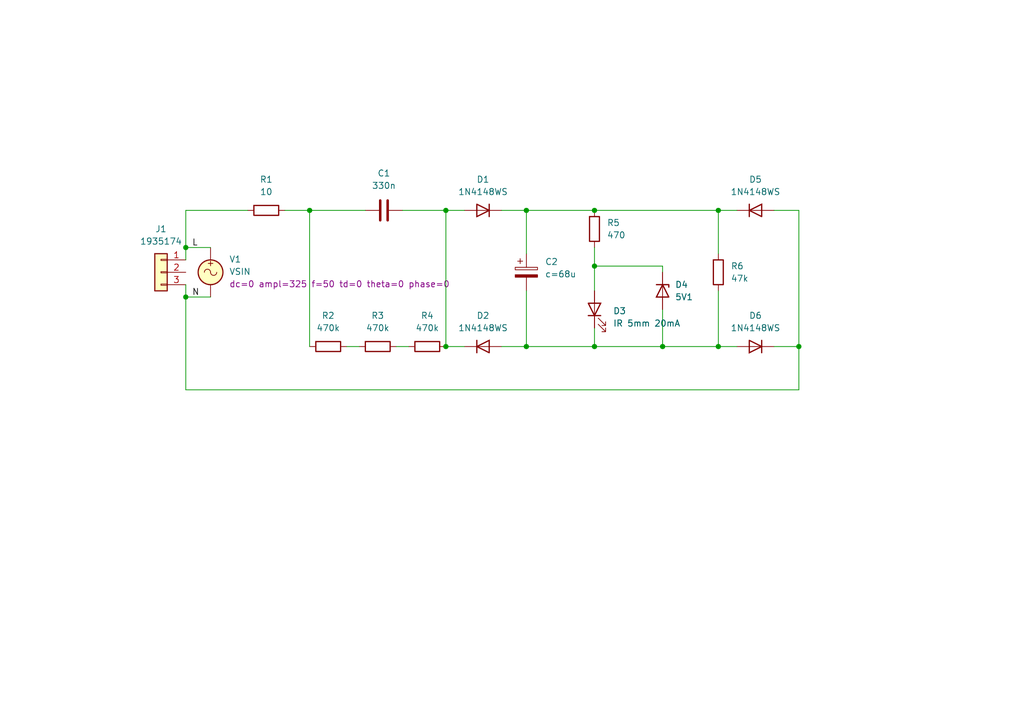
<source format=kicad_sch>
(kicad_sch (version 20230121) (generator eeschema)
  (paper "A5")
  (title_block (title "AC IR emitter") (date "2023-10-16"))
  (lib_symbols
    (symbol "Connector_Generic:Conn_01x03" (pin_names (offset 1.016) hide)
      (property "Reference" "J" (at 0 5.08 0))
      (property "Value" "Conn_01x03" (at 0 -5.08 0))
      (symbol "Conn_01x03_1_1"
        (rectangle (start -1.27 -2.413) (end 0 -2.667) (stroke (width 0.1524)))
        (rectangle (start -1.27 0.127) (end 0 -0.127) (stroke (width 0.1524)))
        (rectangle (start -1.27 2.667) (end 0 2.413) (stroke (width 0.1524)))
        (rectangle (start -1.27 3.81) (end 1.27 -3.81) (stroke (width 0.254)) (fill (type background)))
        (pin passive line (at -5.08 2.54 0) (length 3.81) (name "Pin_1") (number "1"))
        (pin passive line (at -5.08 0 0) (length 3.81) (name "Pin_2") (number "2"))
        (pin passive line (at -5.08 -2.54 0) (length 3.81) (name "Pin_3") (number "3"))
      )
    )
    (symbol "Device:C" (pin_numbers hide) (pin_names (offset 0.254))
      (property "Reference" "C" (at 0.635 2.54 0))
      (property "Value" "C" (at 0.635 -2.54 0))
      (symbol "C_0_1"
        (polyline (pts (xy -2.032 -0.762) (xy 2.032 -0.762)) (stroke (width 0.508)))
        (polyline (pts (xy -2.032 0.762) (xy 2.032 0.762)) (stroke (width 0.508)))
      )
      (symbol "C_1_1"
        (pin passive line (at 0 3.81 270) (length 2.794) (name "~") (number "1"))
        (pin passive line (at 0 -3.81 90) (length 2.794) (name "~") (number "2"))
      )
    )
    (symbol "Device:C_Polarized" (pin_numbers hide) (pin_names (offset 0.254))
      (property "Reference" "C" (at 0.635 2.54 0))
      (property "Value" "C_Polarized" (at 0.635 -2.54 0))
      (symbol "C_Polarized_0_1"
        (rectangle (start -2.286 0.508) (end 2.286 1.016))
        (polyline (pts (xy -1.778 2.286) (xy -0.762 2.286)))
        (polyline (pts (xy -1.27 2.794) (xy -1.27 1.778)))
        (rectangle (start 2.286 -0.508) (end -2.286 -1.016) (fill (type outline)))
      )
      (symbol "C_Polarized_1_1"
        (pin passive line (at 0 3.81 270) (length 2.794) (name "~") (number "1"))
        (pin passive line (at 0 -3.81 90) (length 2.794) (name "~") (number "2"))
      )
    )
    (symbol "Device:D_Zener" (pin_numbers hide) (pin_names (offset 1.016) hide)
      (property "Reference" "D" (at 0 2.54 0))
      (property "Value" "D_Zener" (at 0 -2.54 0))
      (symbol "D_Zener_0_1"
        (polyline (pts (xy 1.27 0) (xy -1.27 0)))
        (polyline (pts (xy -1.27 -1.27) (xy -1.27 1.27) (xy -0.762 1.27)) (stroke (width 0.254)))
        (polyline (pts (xy 1.27 -1.27) (xy 1.27 1.27) (xy -1.27 0) (xy 1.27 -1.27)) (stroke (width 0.254)))
      )
      (symbol "D_Zener_1_1"
        (pin passive line (at -3.81 0 0) (length 2.54) (name "K") (number "1"))
        (pin passive line (at 3.81 0 180) (length 2.54) (name "A") (number "2"))
      )
    )
    (symbol "Device:LED" (pin_numbers hide) (pin_names (offset 1.016) hide)
      (property "Reference" "D" (at 0 2.54 0))
      (property "Value" "LED" (at 0 -2.54 0))
      (symbol "LED_0_1"
        (polyline (pts (xy -1.27 -1.27) (xy -1.27 1.27)) (stroke (width 0.254)))
        (polyline (pts (xy -1.27 0) (xy 1.27 0)))
        (polyline (pts (xy 1.27 -1.27) (xy 1.27 1.27) (xy -1.27 0) (xy 1.27 -1.27)) (stroke (width 0.254)))
        (polyline (pts (xy -3.048 -0.762) (xy -4.572 -2.286) (xy -3.81 -2.286) (xy -4.572 -2.286) (xy -4.572 -1.524)))
        (polyline (pts (xy -1.778 -0.762) (xy -3.302 -2.286) (xy -2.54 -2.286) (xy -3.302 -2.286) (xy -3.302 -1.524)))
      )
      (symbol "LED_1_1"
        (pin passive line (at -3.81 0 0) (length 2.54) (name "K") (number "1"))
        (pin passive line (at 3.81 0 180) (length 2.54) (name "A") (number "2"))
      )
    )
    (symbol "Device:R" (pin_numbers hide) (pin_names (offset 0))
      (property "Reference" "R" (at 2.032 0 90))
      (property "Value" "R" (at 0 0 90))
      (symbol "R_0_1"
        (rectangle (start -1.016 -2.54) (end 1.016 2.54) (stroke (width 0.254)))
      )
      (symbol "R_1_1"
        (pin passive line (at 0 3.81 270) (length 1.27) (name "~") (number "1"))
        (pin passive line (at 0 -3.81 90) (length 1.27) (name "~") (number "2"))
      )
    )
    (symbol "Diode:1N4148WS" (pin_numbers hide) (pin_names hide)
      (property "Reference" "D" (at 0 2.54 0))
      (property "Value" "1N4148WS" (at 0 -2.54 0))
      (symbol "1N4148WS_0_1"
        (polyline (pts (xy -1.27 1.27) (xy -1.27 -1.27)) (stroke (width 0.254)))
        (polyline (pts (xy 1.27 0) (xy -1.27 0)))
        (polyline (pts (xy 1.27 1.27) (xy 1.27 -1.27) (xy -1.27 0) (xy 1.27 1.27)) (stroke (width 0.254)))
      )
      (symbol "1N4148WS_1_1"
        (pin passive line (at -3.81 0 0) (length 2.54) (name "K") (number "1"))
        (pin passive line (at 3.81 0 180) (length 2.54) (name "A") (number "2"))
      )
    )
    (symbol "Simulation_SPICE:VSIN" (pin_numbers hide) (pin_names (offset 0.0254))
      (property "Reference" "V" (at 2.54 2.54 0))
      (property "Value" "VSIN" (at 2.54 0 0))
      (property "Sim.Params" "dc=0 ampl=1 f=1k ac=1" (at 2.54 -2.54 0))
      (symbol "VSIN_0_0"
        (arc (start 0 0) (mid -0.635 0.6323) (end -1.27 0))
        (arc (start 0 0) (mid 0.635 -0.6323) (end 1.27 0))
        (text "+" (at 0 1.905 0) (effects (font (size 1.27 1.27))))
      )
      (symbol "VSIN_0_1"
        (circle (center 0 0) (radius 2.54) (stroke (width 0.254)) (fill (type background)))
      )
      (symbol "VSIN_1_1"
        (pin passive line (at 0 5.08 270) (length 2.54) (name "~") (number "1"))
        (pin passive line (at 0 -5.08 90) (length 2.54) (name "~") (number "2"))
      )
    )
  )
  (junction (at 91.44 71.12))
  (junction (at 121.92 71.12))
  (junction (at 135.89 71.12))
  (junction (at 163.83 71.12))
  (junction (at 38.1 50.8))
  (junction (at 121.92 43.18))
  (junction (at 147.32 71.12))
  (junction (at 107.95 43.18))
  (junction (at 147.32 43.18))
  (junction (at 91.44 43.18))
  (junction (at 38.1 60.96))
  (junction (at 121.92 54.61))
  (junction (at 107.95 71.12))
  (junction (at 63.5 43.18))
  (wire (pts (xy 107.95 71.12) (xy 102.87 71.12)))
  (wire (pts (xy 147.32 43.18) (xy 151.13 43.18)))
  (wire (pts (xy 58.42 43.18) (xy 63.5 43.18)))
  (wire (pts (xy 38.1 50.8) (xy 43.18 50.8)))
  (wire (pts (xy 38.1 50.8) (xy 38.1 53.34)))
  (wire (pts (xy 107.95 43.18) (xy 121.92 43.18)))
  (wire (pts (xy 38.1 80.01) (xy 163.83 80.01)))
  (wire (pts (xy 91.44 71.12) (xy 91.44 43.18)))
  (wire (pts (xy 121.92 54.61) (xy 135.89 54.61)))
  (wire (pts (xy 81.28 71.12) (xy 83.82 71.12)))
  (wire (pts (xy 91.44 71.12) (xy 95.25 71.12)))
  (wire (pts (xy 38.1 43.18) (xy 50.8 43.18)))
  (wire (pts (xy 63.5 43.18) (xy 63.5 71.12)))
  (wire (pts (xy 63.5 43.18) (xy 74.93 43.18)))
  (wire (pts (xy 121.92 67.31) (xy 121.92 71.12)))
  (wire (pts (xy 147.32 43.18) (xy 147.32 52.07)))
  (wire (pts (xy 158.75 71.12) (xy 163.83 71.12)))
  (wire (pts (xy 135.89 71.12) (xy 147.32 71.12)))
  (wire (pts (xy 102.87 43.18) (xy 107.95 43.18)))
  (wire (pts (xy 147.32 71.12) (xy 151.13 71.12)))
  (wire (pts (xy 91.44 43.18) (xy 82.55 43.18)))
  (wire (pts (xy 107.95 71.12) (xy 121.92 71.12)))
  (wire (pts (xy 163.83 43.18) (xy 158.75 43.18)))
  (wire (pts (xy 121.92 54.61) (xy 121.92 59.69)))
  (wire (pts (xy 163.83 80.01) (xy 163.83 71.12)))
  (wire (pts (xy 38.1 60.96) (xy 43.18 60.96)))
  (wire (pts (xy 38.1 43.18) (xy 38.1 50.8)))
  (wire (pts (xy 135.89 63.5) (xy 135.89 71.12)))
  (wire (pts (xy 107.95 43.18) (xy 107.95 52.07)))
  (wire (pts (xy 38.1 60.96) (xy 38.1 80.01)))
  (wire (pts (xy 121.92 71.12) (xy 135.89 71.12)))
  (wire (pts (xy 147.32 59.69) (xy 147.32 71.12)))
  (wire (pts (xy 91.44 43.18) (xy 95.25 43.18)))
  (wire (pts (xy 107.95 59.69) (xy 107.95 71.12)))
  (wire (pts (xy 135.89 55.88) (xy 135.89 54.61)))
  (wire (pts (xy 71.12 71.12) (xy 73.66 71.12)))
  (wire (pts (xy 38.1 58.42) (xy 38.1 60.96)))
  (wire (pts (xy 121.92 43.18) (xy 147.32 43.18)))
  (wire (pts (xy 121.92 50.8) (xy 121.92 54.61)))
  (wire (pts (xy 163.83 71.12) (xy 163.83 43.18)))
  (label "L" (at 39.37 50.8 0))
  (label "N" (at 39.37 60.96 0))
  (symbol (lib_id "Device:C_Polarized") (at 107.95 55.88 0) (unit 1)
    (property "Reference" "C2" (at 111.76 53.7209 0) (effects (justify left)))
    (property "Value" "${SIM.PARAMS}" (at 111.76 56.2609 0) (effects (justify left)))
    (property "Footprint" "Capacitor_THT:CP_Radial_D5.0mm_P2.50mm" (effects hide))
    (property "Datasheet" "https://asset.conrad.com/media10/add/160267/c1/-/en/001480946DS01/datenblatt-1480946-panasonic-eeu-fr1e680-elektrolyt-kondensator-radial-bedrahtet-2-mm-68-f-25-v-20-o-5-mm-1-st.pdf" (effects hide))
    (property "MPN1" "Panasonic:EEU-FR1E680" (effects hide))
    (property "Sim.Device" "C" (effects hide))
    (property "Sim.Params" "c=68u" (effects hide))
    (property "Sim.Pins" "1=+ 2=-" (effects hide))
    (property "SKU1" "Conrad:1480946-62" (effects hide))
  )
  (symbol (lib_id "Device:R") (at 67.31 71.12 90) (unit 1)
    (property "Reference" "R2" (at 67.31 64.77 90))
    (property "Value" "470k" (at 67.31 67.31 90))
    (property "Footprint" "Resistor_SMD:R_0805_2012Metric" (effects hide))
  )
  (symbol (lib_id "Device:C") (at 78.74 43.18 90) (unit 1)
    (property "Reference" "C1" (at 78.74 35.56 90))
    (property "Value" "330n" (at 78.74 38.1 90))
    (property "Footprint" "Capacitor_THT:C_Rect_L24.0mm_W7.0mm_P22.50mm_MKT" (effects hide))
    (property "Datasheet" "https://www.wima.de/wp-content/uploads/media/e_WIMA_MKP-X2.pdf" (effects hide))
    (property "MPN1" "WIMA:MKX2AW33304J00" (effects hide))
    (property "SKU1" "Conrad:1569586 - VQ" (effects hide))
    (property "Sim.Device" "C" (effects hide))
    (property "Sim.Pins" "1=+ 2=-" (effects hide))
  )
  (symbol (lib_id "Device:R") (at 87.63 71.12 90) (unit 1)
    (property "Reference" "R4" (at 87.63 64.77 90))
    (property "Value" "470k" (at 87.63 67.31 90))
    (property "Footprint" "Resistor_SMD:R_0805_2012Metric" (effects hide))
  )
  (symbol (lib_id "Diode:1N4148WS") (at 154.94 43.18 0) (unit 1)
    (property "Reference" "D5" (at 154.94 36.83 0))
    (property "Value" "1N4148WS" (at 154.94 39.37 0))
    (property "Footprint" "Diode_SMD:D_SOD-323" (effects hide))
    (property "Datasheet" "https://diotec.com/request/datasheet/1n4148ws.pdf" (effects hide))
    (property "MPN1" "Diotec:1N4148WS" (effects hide))
    (property "SKU1" "Conrad:162282-62" (effects hide))
    (property "Sim.Library" "/home/q425942/projects/ac-led-bridge/sim/1n4148w_spice.lib" (effects hide))
    (property "Sim.Name" "1N4148W" (effects hide))
    (property "Sim.Device" "SUBCKT" (effects hide))
    (property "Sim.Pins" "1=A 2=K" (effects hide))
  )
  (symbol (lib_id "Device:LED") (at 121.92 63.5 90) (unit 1)
    (property "Reference" "D3" (at 125.73 63.8174 90) (effects (justify right)))
    (property "Value" "IR 5mm 20mA" (at 125.73 66.3574 90) (effects (justify right)))
    (property "Footprint" "LED_THT:LED_D5.0mm" (effects hide))
    (property "Datasheet" "https://asset.conrad.com/media10/add/160267/c1/-/en/000156407DS01/datenblatt-156407-everlight-opto-ir-333-ir-emitter-940-nm-20-5-mm-radial-bedrahtet.pdf" (effects hide))
    (property "MPN1" "Everlight:IR333" (effects hide))
    (property "SKU1" "Conrad:156407-62" (effects hide))
    (property "Sim.Device" "D" (effects hide))
    (property "Sim.Pins" "1=A 2=K" (effects hide))
  )
  (symbol (lib_id "Device:R") (at 147.32 55.88 0) (unit 1)
    (property "Reference" "R6" (at 149.86 54.6099 0) (effects (justify left)))
    (property "Value" "47k" (at 149.86 57.1499 0) (effects (justify left)))
    (property "Footprint" "Resistor_SMD:R_0805_2012Metric" (effects hide))
  )
  (symbol (lib_id "Device:R") (at 121.92 46.99 0) (unit 1)
    (property "Reference" "R5" (at 124.46 45.7199 0) (effects (justify left)))
    (property "Value" "470" (at 124.46 48.2599 0) (effects (justify left)))
    (property "Footprint" "Resistor_SMD:R_0805_2012Metric" (effects hide))
    (property "MPN1" "Weltron:092305BTC" (effects hide))
    (property "SKU1" "Conrad:444342-62" (effects hide))
  )
  (symbol (lib_id "Diode:1N4148WS") (at 99.06 71.12 0) (unit 1)
    (property "Reference" "D2" (at 99.06 64.77 0))
    (property "Value" "1N4148WS" (at 99.06 67.31 0))
    (property "Footprint" "Diode_SMD:D_SOD-323" (effects hide))
    (property "Datasheet" "https://diotec.com/request/datasheet/1n4148ws.pdf" (effects hide))
    (property "MPN1" "Diotec:1N4148WS" (effects hide))
    (property "SKU1" "Conrad:162282-62" (effects hide))
    (property "Sim.Library" "/home/q425942/projects/ac-led-bridge/sim/1n4148w_spice.lib" (effects hide))
    (property "Sim.Name" "1N4148W" (effects hide))
    (property "Sim.Device" "SUBCKT" (effects hide))
    (property "Sim.Pins" "1=A 2=K" (effects hide))
  )
  (symbol (lib_id "Simulation_SPICE:VSIN") (at 43.18 55.88 0) (unit 1) (in_bom no) (on_board no)
    (property "Reference" "V1" (at 46.99 53.2102 0) (effects (justify left)))
    (property "Value" "VSIN" (at 46.99 55.7502 0) (effects (justify left)))
    (property "Sim.Pins" "1=+ 2=-" (effects hide))
    (property "Sim.Params" "dc=0 ampl=325 f=50 td=0 theta=0 phase=0" (at 46.99 58.2902 0) (effects (justify left)))
    (property "Sim.Type" "SIN" (effects hide))
    (property "Sim.Device" "V" (effects hide))
  )
  (symbol (lib_id "Device:D_Zener") (at 135.89 59.69 270) (unit 1)
    (property "Reference" "D4" (at 138.43 58.4199 90) (effects (justify left)))
    (property "Value" "5V1" (at 138.43 60.9599 90) (effects (justify left)))
    (property "Footprint" "Diode_SMD:D_SOD-123F" (effects hide))
    (property "Datasheet" "https://asset.conrad.com/media10/add/160267/c1/-/en/002809946DS00/datenblatt-2809946-diotec-z-diode-mm1z4733a-gehaeuseart-halbleiter-sod-123fl-zener-spannung-510-v-leistung-max-ptot-1-w-sperrspannung.pdf" (effects hide))
    (property "MPN1" "Diotec:MM1Z4733A" (effects hide))
    (property "SKU1" "Conrad:2809946-62" (effects hide))
    (property "Sim.Device" "D" (effects hide))
    (property "Sim.Pins" "1=A 2=K" (effects hide))
    (property "Sim.Params" "fv_max=1.2 bv_max=1 id_max=0.185 te_max=150 pd_max=1" (effects hide))
  )
  (symbol (lib_id "Connector_Generic:Conn_01x03") (at 33.02 55.88 0) (mirror y) (unit 1)
    (property "Reference" "J1" (at 33.02 46.99 0))
    (property "Value" "1935174" (at 33.02 49.53 0))
    (property "Footprint" "TerminalBlock_Phoenix:TerminalBlock_Phoenix_PT-1,5-3-5.0-H_1x03_P5.00mm_Horizontal" (effects hide))
    (property "Datasheet" "https://asset.conrad.com/media10/add/160267/c1/-/de/000744167DS01/datenblatt-744167-phoenix-contact-1935174-schraubklemmblock-250-mm-polzahl-num-3-gruen-1-st.pdf" (effects hide))
    (property "MPN1" "Phoenix Contact:1935174" (effects hide))
    (property "Sim.Enable" "0" (effects hide))
    (property "SKU1" "Conrad:744167 - 62" (effects hide))
  )
  (symbol (lib_id "Diode:1N4148WS") (at 154.94 71.12 180) (unit 1)
    (property "Reference" "D6" (at 154.94 64.77 0))
    (property "Value" "1N4148WS" (at 154.94 67.31 0))
    (property "Footprint" "Diode_SMD:D_SOD-323" (effects hide))
    (property "Datasheet" "https://diotec.com/request/datasheet/1n4148ws.pdf" (effects hide))
    (property "MPN1" "Diotec:1N4148WS" (effects hide))
    (property "SKU1" "Conrad:162282-62" (effects hide))
    (property "Sim.Library" "/home/q425942/projects/ac-led-bridge/sim/1n4148w_spice.lib" (effects hide))
    (property "Sim.Name" "1N4148W" (effects hide))
    (property "Sim.Device" "SUBCKT" (effects hide))
    (property "Sim.Pins" "1=A 2=K" (effects hide))
  )
  (symbol (lib_id "Diode:1N4148WS") (at 99.06 43.18 180) (unit 1)
    (property "Reference" "D1" (at 99.06 36.83 0))
    (property "Value" "1N4148WS" (at 99.06 39.37 0))
    (property "Footprint" "Diode_SMD:D_SOD-323" (effects hide))
    (property "Datasheet" "https://diotec.com/request/datasheet/1n4148ws.pdf" (effects hide))
    (property "MPN1" "Diotec:1N4148WS" (effects hide))
    (property "SKU1" "Conrad:162282-62" (effects hide))
    (property "Sim.Library" "/home/q425942/projects/ac-led-bridge/sim/1n4148w_spice.lib" (effects hide))
    (property "Sim.Name" "1N4148W" (effects hide))
    (property "Sim.Device" "SUBCKT" (effects hide))
    (property "Sim.Pins" "1=A 2=K" (effects hide))
  )
  (symbol (lib_id "Device:R") (at 77.47 71.12 90) (unit 1)
    (property "Reference" "R3" (at 77.47 64.77 90))
    (property "Value" "470k" (at 77.47 67.31 90))
    (property "Footprint" "Resistor_SMD:R_0805_2012Metric" (effects hide))
  )
  (symbol (lib_id "Device:R") (at 54.61 43.18 90) (unit 1)
    (property "Reference" "R1" (at 54.61 36.83 90))
    (property "Value" "10" (at 54.61 39.37 90))
    (property "Footprint" "Resistor_THT:R_Axial_DIN0516_L15.5mm_D5.0mm_P20.32mm_Horizontal" (effects hide))
    (property "Datasheet" "https://www.vitrohm.com/content/files/vitrohm-crf-wirewound-safety-resistor-datasheet.pdf" (effects hide))
    (property "MPN1" "Vitrohm:CRF253-45T10R" (effects hide))
    (property "SKN1" "Conrad:457622 - 62" (effects hide))
  )
)
</source>
